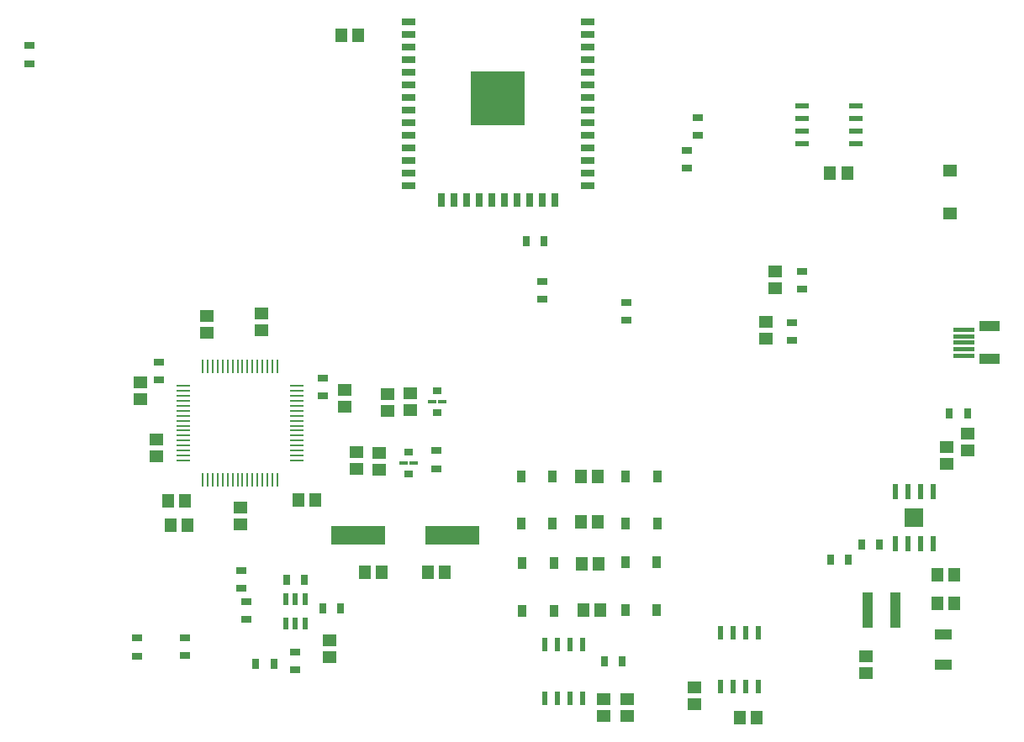
<source format=gtp>
G04 EAGLE Gerber RS-274X export*
G75*
%MOMM*%
%FSLAX34Y34*%
%LPD*%
%INSolderpaste Top*%
%IPPOS*%
%AMOC8*
5,1,8,0,0,1.08239X$1,22.5*%
G01*
%ADD10R,1.170000X1.370000*%
%ADD11R,1.370000X1.170000*%
%ADD12R,1.343000X1.143000*%
%ADD13R,0.898400X0.698400*%
%ADD14R,0.898400X0.298400*%
%ADD15R,5.390000X1.890000*%
%ADD16R,0.491900X1.507200*%
%ADD17R,1.935000X1.935000*%
%ADD18R,0.548400X1.423400*%
%ADD19R,1.373400X0.198400*%
%ADD20R,0.198400X1.373400*%
%ADD21R,0.498400X1.298400*%
%ADD22R,0.848400X1.248400*%
%ADD23R,1.074419X3.589019*%
%ADD24R,1.098400X0.698400*%
%ADD25R,0.698400X1.098400*%
%ADD26R,1.703000X1.053000*%
%ADD27R,1.448400X0.498400*%
%ADD28C,0.003481*%
%ADD29R,1.990000X0.990000*%
%ADD30R,1.398400X0.798400*%
%ADD31R,0.798400X1.398400*%
%ADD32R,5.492000X5.492000*%


D10*
X362500Y733700D03*
X345500Y733700D03*
X302000Y265100D03*
X319000Y265100D03*
D11*
X243600Y257300D03*
X243600Y240300D03*
X348900Y359400D03*
X348900Y376400D03*
X954400Y301100D03*
X954400Y318100D03*
X209900Y433300D03*
X209900Y450300D03*
X264400Y436000D03*
X264400Y453000D03*
X159100Y325800D03*
X159100Y308800D03*
X142600Y366600D03*
X142600Y383600D03*
X414600Y355800D03*
X414600Y372800D03*
X392100Y354500D03*
X392100Y371500D03*
X772700Y427700D03*
X772700Y444700D03*
X383400Y312800D03*
X383400Y295800D03*
X360400Y313100D03*
X360400Y296100D03*
X976100Y315100D03*
X976100Y332100D03*
D10*
X962200Y189600D03*
X945200Y189600D03*
X962500Y161100D03*
X945500Y161100D03*
D11*
X873900Y107300D03*
X873900Y90300D03*
D10*
X606100Y154100D03*
X589100Y154100D03*
X587100Y200400D03*
X604100Y200400D03*
X586800Y288400D03*
X603800Y288400D03*
X603500Y243100D03*
X586500Y243100D03*
D11*
X333600Y123400D03*
X333600Y106400D03*
X609400Y64800D03*
X609400Y47800D03*
X632700Y64400D03*
X632700Y47400D03*
X781800Y478300D03*
X781800Y495300D03*
D10*
X837500Y594700D03*
X854500Y594700D03*
X763200Y45900D03*
X746200Y45900D03*
D11*
X701100Y76000D03*
X701100Y59000D03*
D10*
X385800Y191900D03*
X368800Y191900D03*
X449100Y192400D03*
X432100Y192400D03*
X190400Y239400D03*
X173400Y239400D03*
X187700Y264400D03*
X170700Y264400D03*
D12*
X958000Y553700D03*
X958000Y596700D03*
D13*
X412700Y291700D03*
D14*
X417700Y302700D03*
D13*
X412700Y313700D03*
D14*
X407700Y302700D03*
D13*
X441900Y374900D03*
D14*
X436900Y363900D03*
D13*
X441900Y352900D03*
D14*
X446900Y363900D03*
D15*
X457100Y229500D03*
X362100Y229500D03*
D16*
X941150Y273733D03*
X928450Y273733D03*
X915750Y273733D03*
X903050Y273733D03*
X903050Y220667D03*
X915750Y220667D03*
X928450Y220667D03*
X941150Y220667D03*
D17*
X922100Y247200D03*
D18*
X588150Y119720D03*
X575450Y119720D03*
X562750Y119720D03*
X550050Y119720D03*
X550050Y65480D03*
X562750Y65480D03*
X575450Y65480D03*
X588150Y65480D03*
X726850Y77080D03*
X739550Y77080D03*
X752250Y77080D03*
X764950Y77080D03*
X764950Y131320D03*
X752250Y131320D03*
X739550Y131320D03*
X726850Y131320D03*
D19*
X300580Y305000D03*
X300580Y310000D03*
X300580Y315000D03*
X300580Y320000D03*
X300580Y325000D03*
X300580Y330000D03*
X300580Y335000D03*
X300580Y340000D03*
X300580Y345000D03*
X300580Y350000D03*
X300580Y355000D03*
X300580Y360000D03*
X300580Y365000D03*
X300580Y370000D03*
X300580Y375000D03*
X300580Y380000D03*
D20*
X280700Y399880D03*
X275700Y399880D03*
X270700Y399880D03*
X265700Y399880D03*
X260700Y399880D03*
X255700Y399880D03*
X250700Y399880D03*
X245700Y399880D03*
X240700Y399880D03*
X235700Y399880D03*
X230700Y399880D03*
X225700Y399880D03*
X220700Y399880D03*
X215700Y399880D03*
X210700Y399880D03*
X205700Y399880D03*
D19*
X185820Y380000D03*
X185820Y375000D03*
X185820Y370000D03*
X185820Y365000D03*
X185820Y360000D03*
X185820Y355000D03*
X185820Y350000D03*
X185820Y345000D03*
X185820Y340000D03*
X185820Y335000D03*
X185820Y330000D03*
X185820Y325000D03*
X185820Y320000D03*
X185820Y315000D03*
X185820Y310000D03*
X185820Y305000D03*
D20*
X205700Y285120D03*
X210700Y285120D03*
X215700Y285120D03*
X220700Y285120D03*
X225700Y285120D03*
X230700Y285120D03*
X235700Y285120D03*
X240700Y285120D03*
X245700Y285120D03*
X250700Y285120D03*
X255700Y285120D03*
X260700Y285120D03*
X265700Y285120D03*
X270700Y285120D03*
X275700Y285120D03*
X280700Y285120D03*
D21*
X289500Y140600D03*
X299000Y140600D03*
X308500Y140600D03*
X308500Y165600D03*
X299000Y165600D03*
X289500Y165600D03*
D22*
X559600Y201400D03*
X527600Y201400D03*
X527600Y153400D03*
X559600Y153400D03*
X558100Y289100D03*
X526100Y289100D03*
X526100Y241100D03*
X558100Y241100D03*
X631400Y241200D03*
X663400Y241200D03*
X663400Y289200D03*
X631400Y289200D03*
X631000Y154400D03*
X663000Y154400D03*
X663000Y202400D03*
X631000Y202400D03*
D23*
X875330Y154300D03*
X903270Y154300D03*
D24*
X632000Y464300D03*
X632000Y446300D03*
X298300Y111900D03*
X298300Y93900D03*
X139300Y126000D03*
X139300Y108000D03*
X187300Y126100D03*
X187300Y108100D03*
X703800Y650200D03*
X703800Y632200D03*
X692800Y617300D03*
X692800Y599300D03*
X798800Y443900D03*
X798800Y425900D03*
D25*
X610000Y102800D03*
X628000Y102800D03*
X855600Y205200D03*
X837600Y205200D03*
D24*
X808800Y495700D03*
X808800Y477700D03*
D25*
X531200Y525800D03*
X549200Y525800D03*
X957600Y352000D03*
X975600Y352000D03*
D24*
X547200Y467600D03*
X547200Y485600D03*
X249700Y145000D03*
X249700Y163000D03*
X161800Y404100D03*
X161800Y386100D03*
X244200Y176300D03*
X244200Y194300D03*
D25*
X887000Y220500D03*
X869000Y220500D03*
D24*
X31500Y704900D03*
X31500Y722900D03*
X326500Y387700D03*
X326500Y369700D03*
X441000Y314800D03*
X441000Y296800D03*
D25*
X326600Y155500D03*
X344600Y155500D03*
X290000Y185000D03*
X308000Y185000D03*
X277100Y100000D03*
X259100Y100000D03*
D26*
X951400Y129900D03*
X951400Y99500D03*
D27*
X863300Y624400D03*
X863300Y637100D03*
X863300Y649800D03*
X863300Y662500D03*
X809300Y624400D03*
X809300Y637100D03*
X809300Y649800D03*
X809300Y662500D03*
D28*
X981675Y419125D02*
X981675Y415675D01*
X961725Y415675D01*
X961725Y419125D01*
X981675Y419125D01*
X981675Y415708D02*
X961725Y415708D01*
X961725Y415741D02*
X981675Y415741D01*
X981675Y415774D02*
X961725Y415774D01*
X961725Y415807D02*
X981675Y415807D01*
X981675Y415840D02*
X961725Y415840D01*
X961725Y415873D02*
X981675Y415873D01*
X981675Y415906D02*
X961725Y415906D01*
X961725Y415939D02*
X981675Y415939D01*
X981675Y415972D02*
X961725Y415972D01*
X961725Y416005D02*
X981675Y416005D01*
X981675Y416038D02*
X961725Y416038D01*
X961725Y416071D02*
X981675Y416071D01*
X981675Y416104D02*
X961725Y416104D01*
X961725Y416137D02*
X981675Y416137D01*
X981675Y416170D02*
X961725Y416170D01*
X961725Y416203D02*
X981675Y416203D01*
X981675Y416236D02*
X961725Y416236D01*
X961725Y416269D02*
X981675Y416269D01*
X981675Y416302D02*
X961725Y416302D01*
X961725Y416335D02*
X981675Y416335D01*
X981675Y416368D02*
X961725Y416368D01*
X961725Y416401D02*
X981675Y416401D01*
X981675Y416434D02*
X961725Y416434D01*
X961725Y416467D02*
X981675Y416467D01*
X981675Y416500D02*
X961725Y416500D01*
X961725Y416533D02*
X981675Y416533D01*
X981675Y416566D02*
X961725Y416566D01*
X961725Y416599D02*
X981675Y416599D01*
X981675Y416632D02*
X961725Y416632D01*
X961725Y416665D02*
X981675Y416665D01*
X981675Y416698D02*
X961725Y416698D01*
X961725Y416731D02*
X981675Y416731D01*
X981675Y416764D02*
X961725Y416764D01*
X961725Y416797D02*
X981675Y416797D01*
X981675Y416830D02*
X961725Y416830D01*
X961725Y416863D02*
X981675Y416863D01*
X981675Y416896D02*
X961725Y416896D01*
X961725Y416929D02*
X981675Y416929D01*
X981675Y416962D02*
X961725Y416962D01*
X961725Y416995D02*
X981675Y416995D01*
X981675Y417028D02*
X961725Y417028D01*
X961725Y417061D02*
X981675Y417061D01*
X981675Y417094D02*
X961725Y417094D01*
X961725Y417127D02*
X981675Y417127D01*
X981675Y417160D02*
X961725Y417160D01*
X961725Y417193D02*
X981675Y417193D01*
X981675Y417226D02*
X961725Y417226D01*
X961725Y417259D02*
X981675Y417259D01*
X981675Y417292D02*
X961725Y417292D01*
X961725Y417325D02*
X981675Y417325D01*
X981675Y417358D02*
X961725Y417358D01*
X961725Y417391D02*
X981675Y417391D01*
X981675Y417424D02*
X961725Y417424D01*
X961725Y417457D02*
X981675Y417457D01*
X981675Y417490D02*
X961725Y417490D01*
X961725Y417523D02*
X981675Y417523D01*
X981675Y417556D02*
X961725Y417556D01*
X961725Y417589D02*
X981675Y417589D01*
X981675Y417622D02*
X961725Y417622D01*
X961725Y417655D02*
X981675Y417655D01*
X981675Y417688D02*
X961725Y417688D01*
X961725Y417721D02*
X981675Y417721D01*
X981675Y417754D02*
X961725Y417754D01*
X961725Y417787D02*
X981675Y417787D01*
X981675Y417820D02*
X961725Y417820D01*
X961725Y417853D02*
X981675Y417853D01*
X981675Y417886D02*
X961725Y417886D01*
X961725Y417919D02*
X981675Y417919D01*
X981675Y417952D02*
X961725Y417952D01*
X961725Y417985D02*
X981675Y417985D01*
X981675Y418018D02*
X961725Y418018D01*
X961725Y418051D02*
X981675Y418051D01*
X981675Y418084D02*
X961725Y418084D01*
X961725Y418117D02*
X981675Y418117D01*
X981675Y418150D02*
X961725Y418150D01*
X961725Y418183D02*
X981675Y418183D01*
X981675Y418216D02*
X961725Y418216D01*
X961725Y418249D02*
X981675Y418249D01*
X981675Y418282D02*
X961725Y418282D01*
X961725Y418315D02*
X981675Y418315D01*
X981675Y418348D02*
X961725Y418348D01*
X961725Y418381D02*
X981675Y418381D01*
X981675Y418414D02*
X961725Y418414D01*
X961725Y418447D02*
X981675Y418447D01*
X981675Y418480D02*
X961725Y418480D01*
X961725Y418513D02*
X981675Y418513D01*
X981675Y418546D02*
X961725Y418546D01*
X961725Y418579D02*
X981675Y418579D01*
X981675Y418612D02*
X961725Y418612D01*
X961725Y418645D02*
X981675Y418645D01*
X981675Y418678D02*
X961725Y418678D01*
X961725Y418711D02*
X981675Y418711D01*
X981675Y418744D02*
X961725Y418744D01*
X961725Y418777D02*
X981675Y418777D01*
X981675Y418810D02*
X961725Y418810D01*
X961725Y418843D02*
X981675Y418843D01*
X981675Y418876D02*
X961725Y418876D01*
X961725Y418909D02*
X981675Y418909D01*
X981675Y418942D02*
X961725Y418942D01*
X961725Y418975D02*
X981675Y418975D01*
X981675Y419008D02*
X961725Y419008D01*
X961725Y419041D02*
X981675Y419041D01*
X981675Y419074D02*
X961725Y419074D01*
X961725Y419107D02*
X981675Y419107D01*
X981675Y412625D02*
X981675Y409175D01*
X961725Y409175D01*
X961725Y412625D01*
X981675Y412625D01*
X981675Y409208D02*
X961725Y409208D01*
X961725Y409241D02*
X981675Y409241D01*
X981675Y409274D02*
X961725Y409274D01*
X961725Y409307D02*
X981675Y409307D01*
X981675Y409340D02*
X961725Y409340D01*
X961725Y409373D02*
X981675Y409373D01*
X981675Y409406D02*
X961725Y409406D01*
X961725Y409439D02*
X981675Y409439D01*
X981675Y409472D02*
X961725Y409472D01*
X961725Y409505D02*
X981675Y409505D01*
X981675Y409538D02*
X961725Y409538D01*
X961725Y409571D02*
X981675Y409571D01*
X981675Y409604D02*
X961725Y409604D01*
X961725Y409637D02*
X981675Y409637D01*
X981675Y409670D02*
X961725Y409670D01*
X961725Y409703D02*
X981675Y409703D01*
X981675Y409736D02*
X961725Y409736D01*
X961725Y409769D02*
X981675Y409769D01*
X981675Y409802D02*
X961725Y409802D01*
X961725Y409835D02*
X981675Y409835D01*
X981675Y409868D02*
X961725Y409868D01*
X961725Y409901D02*
X981675Y409901D01*
X981675Y409934D02*
X961725Y409934D01*
X961725Y409967D02*
X981675Y409967D01*
X981675Y410000D02*
X961725Y410000D01*
X961725Y410033D02*
X981675Y410033D01*
X981675Y410066D02*
X961725Y410066D01*
X961725Y410099D02*
X981675Y410099D01*
X981675Y410132D02*
X961725Y410132D01*
X961725Y410165D02*
X981675Y410165D01*
X981675Y410198D02*
X961725Y410198D01*
X961725Y410231D02*
X981675Y410231D01*
X981675Y410264D02*
X961725Y410264D01*
X961725Y410297D02*
X981675Y410297D01*
X981675Y410330D02*
X961725Y410330D01*
X961725Y410363D02*
X981675Y410363D01*
X981675Y410396D02*
X961725Y410396D01*
X961725Y410429D02*
X981675Y410429D01*
X981675Y410462D02*
X961725Y410462D01*
X961725Y410495D02*
X981675Y410495D01*
X981675Y410528D02*
X961725Y410528D01*
X961725Y410561D02*
X981675Y410561D01*
X981675Y410594D02*
X961725Y410594D01*
X961725Y410627D02*
X981675Y410627D01*
X981675Y410660D02*
X961725Y410660D01*
X961725Y410693D02*
X981675Y410693D01*
X981675Y410726D02*
X961725Y410726D01*
X961725Y410759D02*
X981675Y410759D01*
X981675Y410792D02*
X961725Y410792D01*
X961725Y410825D02*
X981675Y410825D01*
X981675Y410858D02*
X961725Y410858D01*
X961725Y410891D02*
X981675Y410891D01*
X981675Y410924D02*
X961725Y410924D01*
X961725Y410957D02*
X981675Y410957D01*
X981675Y410990D02*
X961725Y410990D01*
X961725Y411023D02*
X981675Y411023D01*
X981675Y411056D02*
X961725Y411056D01*
X961725Y411089D02*
X981675Y411089D01*
X981675Y411122D02*
X961725Y411122D01*
X961725Y411155D02*
X981675Y411155D01*
X981675Y411188D02*
X961725Y411188D01*
X961725Y411221D02*
X981675Y411221D01*
X981675Y411254D02*
X961725Y411254D01*
X961725Y411287D02*
X981675Y411287D01*
X981675Y411320D02*
X961725Y411320D01*
X961725Y411353D02*
X981675Y411353D01*
X981675Y411386D02*
X961725Y411386D01*
X961725Y411419D02*
X981675Y411419D01*
X981675Y411452D02*
X961725Y411452D01*
X961725Y411485D02*
X981675Y411485D01*
X981675Y411518D02*
X961725Y411518D01*
X961725Y411551D02*
X981675Y411551D01*
X981675Y411584D02*
X961725Y411584D01*
X961725Y411617D02*
X981675Y411617D01*
X981675Y411650D02*
X961725Y411650D01*
X961725Y411683D02*
X981675Y411683D01*
X981675Y411716D02*
X961725Y411716D01*
X961725Y411749D02*
X981675Y411749D01*
X981675Y411782D02*
X961725Y411782D01*
X961725Y411815D02*
X981675Y411815D01*
X981675Y411848D02*
X961725Y411848D01*
X961725Y411881D02*
X981675Y411881D01*
X981675Y411914D02*
X961725Y411914D01*
X961725Y411947D02*
X981675Y411947D01*
X981675Y411980D02*
X961725Y411980D01*
X961725Y412013D02*
X981675Y412013D01*
X981675Y412046D02*
X961725Y412046D01*
X961725Y412079D02*
X981675Y412079D01*
X981675Y412112D02*
X961725Y412112D01*
X961725Y412145D02*
X981675Y412145D01*
X981675Y412178D02*
X961725Y412178D01*
X961725Y412211D02*
X981675Y412211D01*
X981675Y412244D02*
X961725Y412244D01*
X961725Y412277D02*
X981675Y412277D01*
X981675Y412310D02*
X961725Y412310D01*
X961725Y412343D02*
X981675Y412343D01*
X981675Y412376D02*
X961725Y412376D01*
X961725Y412409D02*
X981675Y412409D01*
X981675Y412442D02*
X961725Y412442D01*
X961725Y412475D02*
X981675Y412475D01*
X981675Y412508D02*
X961725Y412508D01*
X961725Y412541D02*
X981675Y412541D01*
X981675Y412574D02*
X961725Y412574D01*
X961725Y412607D02*
X981675Y412607D01*
X981675Y422175D02*
X981675Y425625D01*
X981675Y422175D02*
X961725Y422175D01*
X961725Y425625D01*
X981675Y425625D01*
X981675Y422208D02*
X961725Y422208D01*
X961725Y422241D02*
X981675Y422241D01*
X981675Y422274D02*
X961725Y422274D01*
X961725Y422307D02*
X981675Y422307D01*
X981675Y422340D02*
X961725Y422340D01*
X961725Y422373D02*
X981675Y422373D01*
X981675Y422406D02*
X961725Y422406D01*
X961725Y422439D02*
X981675Y422439D01*
X981675Y422472D02*
X961725Y422472D01*
X961725Y422505D02*
X981675Y422505D01*
X981675Y422538D02*
X961725Y422538D01*
X961725Y422571D02*
X981675Y422571D01*
X981675Y422604D02*
X961725Y422604D01*
X961725Y422637D02*
X981675Y422637D01*
X981675Y422670D02*
X961725Y422670D01*
X961725Y422703D02*
X981675Y422703D01*
X981675Y422736D02*
X961725Y422736D01*
X961725Y422769D02*
X981675Y422769D01*
X981675Y422802D02*
X961725Y422802D01*
X961725Y422835D02*
X981675Y422835D01*
X981675Y422868D02*
X961725Y422868D01*
X961725Y422901D02*
X981675Y422901D01*
X981675Y422934D02*
X961725Y422934D01*
X961725Y422967D02*
X981675Y422967D01*
X981675Y423000D02*
X961725Y423000D01*
X961725Y423033D02*
X981675Y423033D01*
X981675Y423066D02*
X961725Y423066D01*
X961725Y423099D02*
X981675Y423099D01*
X981675Y423132D02*
X961725Y423132D01*
X961725Y423165D02*
X981675Y423165D01*
X981675Y423198D02*
X961725Y423198D01*
X961725Y423231D02*
X981675Y423231D01*
X981675Y423264D02*
X961725Y423264D01*
X961725Y423297D02*
X981675Y423297D01*
X981675Y423330D02*
X961725Y423330D01*
X961725Y423363D02*
X981675Y423363D01*
X981675Y423396D02*
X961725Y423396D01*
X961725Y423429D02*
X981675Y423429D01*
X981675Y423462D02*
X961725Y423462D01*
X961725Y423495D02*
X981675Y423495D01*
X981675Y423528D02*
X961725Y423528D01*
X961725Y423561D02*
X981675Y423561D01*
X981675Y423594D02*
X961725Y423594D01*
X961725Y423627D02*
X981675Y423627D01*
X981675Y423660D02*
X961725Y423660D01*
X961725Y423693D02*
X981675Y423693D01*
X981675Y423726D02*
X961725Y423726D01*
X961725Y423759D02*
X981675Y423759D01*
X981675Y423792D02*
X961725Y423792D01*
X961725Y423825D02*
X981675Y423825D01*
X981675Y423858D02*
X961725Y423858D01*
X961725Y423891D02*
X981675Y423891D01*
X981675Y423924D02*
X961725Y423924D01*
X961725Y423957D02*
X981675Y423957D01*
X981675Y423990D02*
X961725Y423990D01*
X961725Y424023D02*
X981675Y424023D01*
X981675Y424056D02*
X961725Y424056D01*
X961725Y424089D02*
X981675Y424089D01*
X981675Y424122D02*
X961725Y424122D01*
X961725Y424155D02*
X981675Y424155D01*
X981675Y424188D02*
X961725Y424188D01*
X961725Y424221D02*
X981675Y424221D01*
X981675Y424254D02*
X961725Y424254D01*
X961725Y424287D02*
X981675Y424287D01*
X981675Y424320D02*
X961725Y424320D01*
X961725Y424353D02*
X981675Y424353D01*
X981675Y424386D02*
X961725Y424386D01*
X961725Y424419D02*
X981675Y424419D01*
X981675Y424452D02*
X961725Y424452D01*
X961725Y424485D02*
X981675Y424485D01*
X981675Y424518D02*
X961725Y424518D01*
X961725Y424551D02*
X981675Y424551D01*
X981675Y424584D02*
X961725Y424584D01*
X961725Y424617D02*
X981675Y424617D01*
X981675Y424650D02*
X961725Y424650D01*
X961725Y424683D02*
X981675Y424683D01*
X981675Y424716D02*
X961725Y424716D01*
X961725Y424749D02*
X981675Y424749D01*
X981675Y424782D02*
X961725Y424782D01*
X961725Y424815D02*
X981675Y424815D01*
X981675Y424848D02*
X961725Y424848D01*
X961725Y424881D02*
X981675Y424881D01*
X981675Y424914D02*
X961725Y424914D01*
X961725Y424947D02*
X981675Y424947D01*
X981675Y424980D02*
X961725Y424980D01*
X961725Y425013D02*
X981675Y425013D01*
X981675Y425046D02*
X961725Y425046D01*
X961725Y425079D02*
X981675Y425079D01*
X981675Y425112D02*
X961725Y425112D01*
X961725Y425145D02*
X981675Y425145D01*
X981675Y425178D02*
X961725Y425178D01*
X961725Y425211D02*
X981675Y425211D01*
X981675Y425244D02*
X961725Y425244D01*
X961725Y425277D02*
X981675Y425277D01*
X981675Y425310D02*
X961725Y425310D01*
X961725Y425343D02*
X981675Y425343D01*
X981675Y425376D02*
X961725Y425376D01*
X961725Y425409D02*
X981675Y425409D01*
X981675Y425442D02*
X961725Y425442D01*
X961725Y425475D02*
X981675Y425475D01*
X981675Y425508D02*
X961725Y425508D01*
X961725Y425541D02*
X981675Y425541D01*
X981675Y425574D02*
X961725Y425574D01*
X961725Y425607D02*
X981675Y425607D01*
X981675Y435175D02*
X981675Y438625D01*
X981675Y435175D02*
X961725Y435175D01*
X961725Y438625D01*
X981675Y438625D01*
X981675Y435208D02*
X961725Y435208D01*
X961725Y435241D02*
X981675Y435241D01*
X981675Y435274D02*
X961725Y435274D01*
X961725Y435307D02*
X981675Y435307D01*
X981675Y435340D02*
X961725Y435340D01*
X961725Y435373D02*
X981675Y435373D01*
X981675Y435406D02*
X961725Y435406D01*
X961725Y435439D02*
X981675Y435439D01*
X981675Y435472D02*
X961725Y435472D01*
X961725Y435505D02*
X981675Y435505D01*
X981675Y435538D02*
X961725Y435538D01*
X961725Y435571D02*
X981675Y435571D01*
X981675Y435604D02*
X961725Y435604D01*
X961725Y435637D02*
X981675Y435637D01*
X981675Y435670D02*
X961725Y435670D01*
X961725Y435703D02*
X981675Y435703D01*
X981675Y435736D02*
X961725Y435736D01*
X961725Y435769D02*
X981675Y435769D01*
X981675Y435802D02*
X961725Y435802D01*
X961725Y435835D02*
X981675Y435835D01*
X981675Y435868D02*
X961725Y435868D01*
X961725Y435901D02*
X981675Y435901D01*
X981675Y435934D02*
X961725Y435934D01*
X961725Y435967D02*
X981675Y435967D01*
X981675Y436000D02*
X961725Y436000D01*
X961725Y436033D02*
X981675Y436033D01*
X981675Y436066D02*
X961725Y436066D01*
X961725Y436099D02*
X981675Y436099D01*
X981675Y436132D02*
X961725Y436132D01*
X961725Y436165D02*
X981675Y436165D01*
X981675Y436198D02*
X961725Y436198D01*
X961725Y436231D02*
X981675Y436231D01*
X981675Y436264D02*
X961725Y436264D01*
X961725Y436297D02*
X981675Y436297D01*
X981675Y436330D02*
X961725Y436330D01*
X961725Y436363D02*
X981675Y436363D01*
X981675Y436396D02*
X961725Y436396D01*
X961725Y436429D02*
X981675Y436429D01*
X981675Y436462D02*
X961725Y436462D01*
X961725Y436495D02*
X981675Y436495D01*
X981675Y436528D02*
X961725Y436528D01*
X961725Y436561D02*
X981675Y436561D01*
X981675Y436594D02*
X961725Y436594D01*
X961725Y436627D02*
X981675Y436627D01*
X981675Y436660D02*
X961725Y436660D01*
X961725Y436693D02*
X981675Y436693D01*
X981675Y436726D02*
X961725Y436726D01*
X961725Y436759D02*
X981675Y436759D01*
X981675Y436792D02*
X961725Y436792D01*
X961725Y436825D02*
X981675Y436825D01*
X981675Y436858D02*
X961725Y436858D01*
X961725Y436891D02*
X981675Y436891D01*
X981675Y436924D02*
X961725Y436924D01*
X961725Y436957D02*
X981675Y436957D01*
X981675Y436990D02*
X961725Y436990D01*
X961725Y437023D02*
X981675Y437023D01*
X981675Y437056D02*
X961725Y437056D01*
X961725Y437089D02*
X981675Y437089D01*
X981675Y437122D02*
X961725Y437122D01*
X961725Y437155D02*
X981675Y437155D01*
X981675Y437188D02*
X961725Y437188D01*
X961725Y437221D02*
X981675Y437221D01*
X981675Y437254D02*
X961725Y437254D01*
X961725Y437287D02*
X981675Y437287D01*
X981675Y437320D02*
X961725Y437320D01*
X961725Y437353D02*
X981675Y437353D01*
X981675Y437386D02*
X961725Y437386D01*
X961725Y437419D02*
X981675Y437419D01*
X981675Y437452D02*
X961725Y437452D01*
X961725Y437485D02*
X981675Y437485D01*
X981675Y437518D02*
X961725Y437518D01*
X961725Y437551D02*
X981675Y437551D01*
X981675Y437584D02*
X961725Y437584D01*
X961725Y437617D02*
X981675Y437617D01*
X981675Y437650D02*
X961725Y437650D01*
X961725Y437683D02*
X981675Y437683D01*
X981675Y437716D02*
X961725Y437716D01*
X961725Y437749D02*
X981675Y437749D01*
X981675Y437782D02*
X961725Y437782D01*
X961725Y437815D02*
X981675Y437815D01*
X981675Y437848D02*
X961725Y437848D01*
X961725Y437881D02*
X981675Y437881D01*
X981675Y437914D02*
X961725Y437914D01*
X961725Y437947D02*
X981675Y437947D01*
X981675Y437980D02*
X961725Y437980D01*
X961725Y438013D02*
X981675Y438013D01*
X981675Y438046D02*
X961725Y438046D01*
X961725Y438079D02*
X981675Y438079D01*
X981675Y438112D02*
X961725Y438112D01*
X961725Y438145D02*
X981675Y438145D01*
X981675Y438178D02*
X961725Y438178D01*
X961725Y438211D02*
X981675Y438211D01*
X981675Y438244D02*
X961725Y438244D01*
X961725Y438277D02*
X981675Y438277D01*
X981675Y438310D02*
X961725Y438310D01*
X961725Y438343D02*
X981675Y438343D01*
X981675Y438376D02*
X961725Y438376D01*
X961725Y438409D02*
X981675Y438409D01*
X981675Y438442D02*
X961725Y438442D01*
X961725Y438475D02*
X981675Y438475D01*
X981675Y438508D02*
X961725Y438508D01*
X961725Y438541D02*
X981675Y438541D01*
X981675Y438574D02*
X961725Y438574D01*
X961725Y438607D02*
X981675Y438607D01*
X981675Y432125D02*
X981675Y428675D01*
X961725Y428675D01*
X961725Y432125D01*
X981675Y432125D01*
X981675Y428708D02*
X961725Y428708D01*
X961725Y428741D02*
X981675Y428741D01*
X981675Y428774D02*
X961725Y428774D01*
X961725Y428807D02*
X981675Y428807D01*
X981675Y428840D02*
X961725Y428840D01*
X961725Y428873D02*
X981675Y428873D01*
X981675Y428906D02*
X961725Y428906D01*
X961725Y428939D02*
X981675Y428939D01*
X981675Y428972D02*
X961725Y428972D01*
X961725Y429005D02*
X981675Y429005D01*
X981675Y429038D02*
X961725Y429038D01*
X961725Y429071D02*
X981675Y429071D01*
X981675Y429104D02*
X961725Y429104D01*
X961725Y429137D02*
X981675Y429137D01*
X981675Y429170D02*
X961725Y429170D01*
X961725Y429203D02*
X981675Y429203D01*
X981675Y429236D02*
X961725Y429236D01*
X961725Y429269D02*
X981675Y429269D01*
X981675Y429302D02*
X961725Y429302D01*
X961725Y429335D02*
X981675Y429335D01*
X981675Y429368D02*
X961725Y429368D01*
X961725Y429401D02*
X981675Y429401D01*
X981675Y429434D02*
X961725Y429434D01*
X961725Y429467D02*
X981675Y429467D01*
X981675Y429500D02*
X961725Y429500D01*
X961725Y429533D02*
X981675Y429533D01*
X981675Y429566D02*
X961725Y429566D01*
X961725Y429599D02*
X981675Y429599D01*
X981675Y429632D02*
X961725Y429632D01*
X961725Y429665D02*
X981675Y429665D01*
X981675Y429698D02*
X961725Y429698D01*
X961725Y429731D02*
X981675Y429731D01*
X981675Y429764D02*
X961725Y429764D01*
X961725Y429797D02*
X981675Y429797D01*
X981675Y429830D02*
X961725Y429830D01*
X961725Y429863D02*
X981675Y429863D01*
X981675Y429896D02*
X961725Y429896D01*
X961725Y429929D02*
X981675Y429929D01*
X981675Y429962D02*
X961725Y429962D01*
X961725Y429995D02*
X981675Y429995D01*
X981675Y430028D02*
X961725Y430028D01*
X961725Y430061D02*
X981675Y430061D01*
X981675Y430094D02*
X961725Y430094D01*
X961725Y430127D02*
X981675Y430127D01*
X981675Y430160D02*
X961725Y430160D01*
X961725Y430193D02*
X981675Y430193D01*
X981675Y430226D02*
X961725Y430226D01*
X961725Y430259D02*
X981675Y430259D01*
X981675Y430292D02*
X961725Y430292D01*
X961725Y430325D02*
X981675Y430325D01*
X981675Y430358D02*
X961725Y430358D01*
X961725Y430391D02*
X981675Y430391D01*
X981675Y430424D02*
X961725Y430424D01*
X961725Y430457D02*
X981675Y430457D01*
X981675Y430490D02*
X961725Y430490D01*
X961725Y430523D02*
X981675Y430523D01*
X981675Y430556D02*
X961725Y430556D01*
X961725Y430589D02*
X981675Y430589D01*
X981675Y430622D02*
X961725Y430622D01*
X961725Y430655D02*
X981675Y430655D01*
X981675Y430688D02*
X961725Y430688D01*
X961725Y430721D02*
X981675Y430721D01*
X981675Y430754D02*
X961725Y430754D01*
X961725Y430787D02*
X981675Y430787D01*
X981675Y430820D02*
X961725Y430820D01*
X961725Y430853D02*
X981675Y430853D01*
X981675Y430886D02*
X961725Y430886D01*
X961725Y430919D02*
X981675Y430919D01*
X981675Y430952D02*
X961725Y430952D01*
X961725Y430985D02*
X981675Y430985D01*
X981675Y431018D02*
X961725Y431018D01*
X961725Y431051D02*
X981675Y431051D01*
X981675Y431084D02*
X961725Y431084D01*
X961725Y431117D02*
X981675Y431117D01*
X981675Y431150D02*
X961725Y431150D01*
X961725Y431183D02*
X981675Y431183D01*
X981675Y431216D02*
X961725Y431216D01*
X961725Y431249D02*
X981675Y431249D01*
X981675Y431282D02*
X961725Y431282D01*
X961725Y431315D02*
X981675Y431315D01*
X981675Y431348D02*
X961725Y431348D01*
X961725Y431381D02*
X981675Y431381D01*
X981675Y431414D02*
X961725Y431414D01*
X961725Y431447D02*
X981675Y431447D01*
X981675Y431480D02*
X961725Y431480D01*
X961725Y431513D02*
X981675Y431513D01*
X981675Y431546D02*
X961725Y431546D01*
X961725Y431579D02*
X981675Y431579D01*
X981675Y431612D02*
X961725Y431612D01*
X961725Y431645D02*
X981675Y431645D01*
X981675Y431678D02*
X961725Y431678D01*
X961725Y431711D02*
X981675Y431711D01*
X981675Y431744D02*
X961725Y431744D01*
X961725Y431777D02*
X981675Y431777D01*
X981675Y431810D02*
X961725Y431810D01*
X961725Y431843D02*
X981675Y431843D01*
X981675Y431876D02*
X961725Y431876D01*
X961725Y431909D02*
X981675Y431909D01*
X981675Y431942D02*
X961725Y431942D01*
X961725Y431975D02*
X981675Y431975D01*
X981675Y432008D02*
X961725Y432008D01*
X961725Y432041D02*
X981675Y432041D01*
X981675Y432074D02*
X961725Y432074D01*
X961725Y432107D02*
X981675Y432107D01*
D29*
X998000Y440600D03*
X998000Y407600D03*
D30*
X413000Y747000D03*
X413000Y734300D03*
X413000Y721600D03*
X413000Y708900D03*
X413000Y696200D03*
X413000Y683500D03*
X413000Y670800D03*
X413000Y658100D03*
X413000Y645400D03*
X413000Y632700D03*
X413000Y620000D03*
X413000Y607300D03*
X413000Y594600D03*
X413000Y581900D03*
D31*
X445850Y567000D03*
X458550Y567000D03*
X471250Y567000D03*
X483950Y567000D03*
X496650Y567000D03*
X509350Y567000D03*
X522050Y567000D03*
X534750Y567000D03*
X547450Y567000D03*
X560150Y567000D03*
D30*
X593000Y581900D03*
X593000Y594600D03*
X593000Y607300D03*
X593000Y620000D03*
X593000Y632700D03*
X593000Y645400D03*
X593000Y658100D03*
X593000Y670800D03*
X593000Y683500D03*
X593000Y696200D03*
X593000Y708900D03*
X593000Y721600D03*
X593000Y734300D03*
X593000Y747000D03*
D32*
X503000Y670000D03*
M02*

</source>
